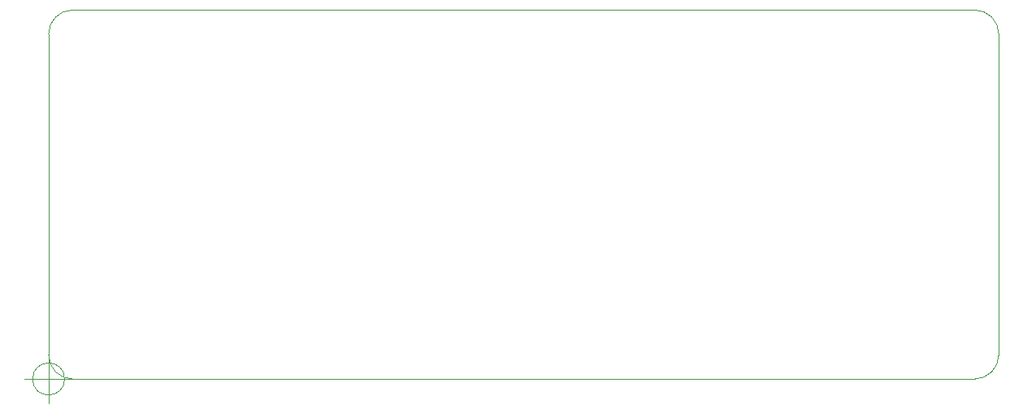
<source format=gbr>
%TF.GenerationSoftware,KiCad,Pcbnew,(6.99.0-1917-g23fb4c7433)*%
%TF.CreationDate,2022-06-08T13:57:36+10:00*%
%TF.ProjectId,samd21_gps_tracker,73616d64-3231-45f6-9770-735f74726163,rev?*%
%TF.SameCoordinates,Original*%
%TF.FileFunction,Profile,NP*%
%FSLAX46Y46*%
G04 Gerber Fmt 4.6, Leading zero omitted, Abs format (unit mm)*
G04 Created by KiCad (PCBNEW (6.99.0-1917-g23fb4c7433)) date 2022-06-08 13:57:36*
%MOMM*%
%LPD*%
G01*
G04 APERTURE LIST*
%TA.AperFunction,Profile*%
%ADD10C,0.050000*%
%TD*%
G04 APERTURE END LIST*
D10*
X140166666Y-76000000D02*
G75*
G03*
X140166666Y-76000000I-1666666J0D01*
G01*
X136000000Y-76000000D02*
X141000000Y-76000000D01*
X138500000Y-73500000D02*
X138500000Y-78500000D01*
X138500000Y-73500000D02*
X138500000Y-40000000D01*
X141000000Y-37500000D02*
G75*
G03*
X138500000Y-40000000I0J-2500000D01*
G01*
X237500000Y-40000000D02*
G75*
G03*
X235000000Y-37500000I-2500000J0D01*
G01*
X235000000Y-76000000D02*
G75*
G03*
X237500000Y-73500000I0J2500000D01*
G01*
X138500000Y-73500000D02*
G75*
G03*
X141000000Y-76000000I2500000J0D01*
G01*
X235000000Y-76000000D02*
X141000000Y-76000000D01*
X237500000Y-40000000D02*
X237500000Y-73500000D01*
X141000000Y-37500000D02*
X235000000Y-37500000D01*
M02*

</source>
